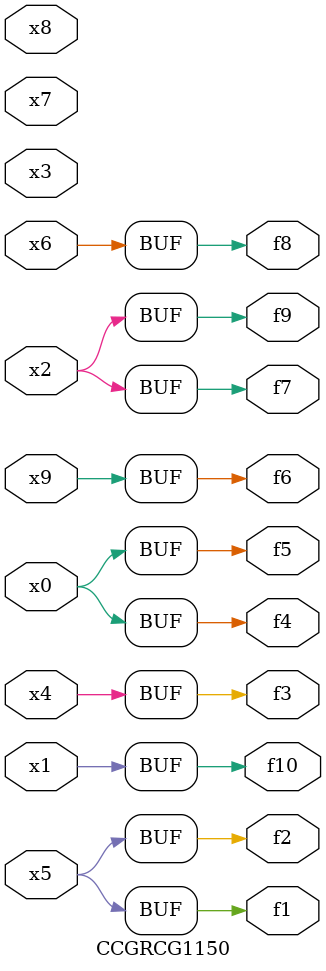
<source format=v>
module CCGRCG1150(
	input x0, x1, x2, x3, x4, x5, x6, x7, x8, x9,
	output f1, f2, f3, f4, f5, f6, f7, f8, f9, f10
);
	assign f1 = x5;
	assign f2 = x5;
	assign f3 = x4;
	assign f4 = x0;
	assign f5 = x0;
	assign f6 = x9;
	assign f7 = x2;
	assign f8 = x6;
	assign f9 = x2;
	assign f10 = x1;
endmodule

</source>
